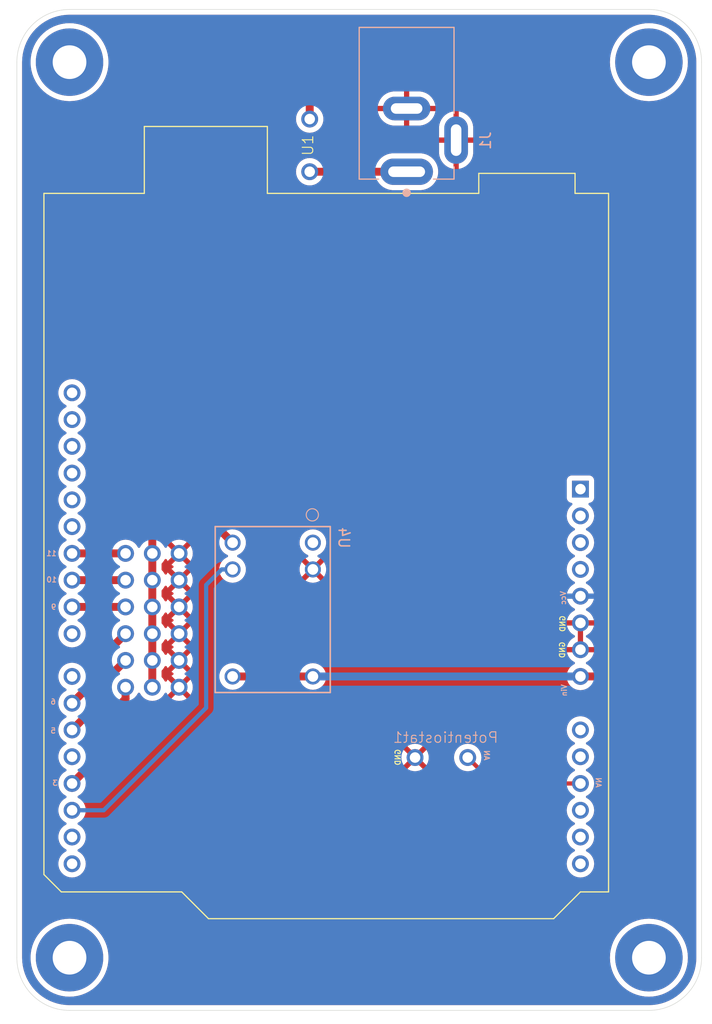
<source format=kicad_pcb>
(kicad_pcb (version 20240108) (generator "pcbnew") (generator_version "8.0")
  (layers (0 "F.Cu" signal) (31 "B.Cu" signal) (34 "B.Paste" user) (35 "F.Paste" user) (36 "B.SilkS" user "B.Silkscreen") (37 "F.SilkS" user "F.Silkscreen") (38 "B.Mask" user) (39 "F.Mask" user) (44 "Edge.Cuts" user))
  (net 0 "")
  (net 3 "Net-(A1-D9)")
  (net 5 "VCC")
  (net 6 "Net-(A1-D5)")
  (net 10 "Net-(A1-D10)")
  (net 12 "Net-(A1-D2)")
  (net 16 "Net-(A1-D11)")
  (net 19 "Net-(A1-D3)")
  (net 22 "Net-(A1-D6)")
  (net 27 "Net-(A1-VIN)")
  (net 30 "Net-(A1-A2)")
  (net 31 "GND")
  (net 33 "Net-(J1-Pad1)")
  (net 34 "Net-(U2-Pad10)")
  (footprint "Recirculation_Aparatus_Footprints:Servo Connection Block" (layer "F.Cu") (at 72.26 140.545)
    (property "Reference" "U2" (hide yes))
    (property "Value" "Servo Connection Block")
    (pad "1" thru_hole circle (at -2.54 5.08) (size 1.6 1.6) (drill 1) (layers "*.Cu" "*.Mask") (net 19 "Net-(A1-D3)"))
    (pad "2" thru_hole circle (at -2.54 2.54) (size 1.6 1.6) (drill 1) (layers "*.Cu" "*.Mask") (net 6 "Net-(A1-D5)"))
    (pad "3" thru_hole circle (at -2.54 0) (size 1.6 1.6) (drill 1) (layers "*.Cu" "*.Mask") (net 22 "Net-(A1-D6)"))
    (pad "4" thru_hole circle (at -2.54 -2.54) (size 1.6 1.6) (drill 1) (layers "*.Cu" "*.Mask") (net 3 "Net-(A1-D9)"))
    (pad "5" thru_hole circle (at -2.54 -5.08) (size 1.6 1.6) (drill 1) (layers "*.Cu" "*.Mask") (net 10 "Net-(A1-D10)"))
    (pad "6" thru_hole circle (at -2.54 -7.62) (size 1.6 1.6) (drill 1) (layers "*.Cu" "*.Mask") (net 16 "Net-(A1-D11)"))
    (pad "7" thru_hole circle (at 0 5.08) (size 1.6 1.6) (drill 1) (layers "*.Cu" "*.Mask") (net 34 "Net-(U2-Pad10)"))
    (pad "8" thru_hole circle (at 0 2.54) (size 1.6 1.6) (drill 1) (layers "*.Cu" "*.Mask") (net 34 "Net-(U2-Pad10)"))
    (pad "9" thru_hole circle (at 0 0) (size 1.6 1.6) (drill 1) (layers "*.Cu" "*.Mask") (net 34 "Net-(U2-Pad10)"))
    (pad "10" thru_hole circle (at 0 -2.54) (size 1.6 1.6) (drill 1) (layers "*.Cu" "*.Mask") (net 34 "Net-(U2-Pad10)"))
    (pad "11" thru_hole circle (at 0 -5.08) (size 1.6 1.6) (drill 1) (layers "*.Cu" "*.Mask") (net 34 "Net-(U2-Pad10)"))
    (pad "12" thru_hole circle (at 0 -7.62) (size 1.6 1.6) (drill 1) (layers "*.Cu" "*.Mask") (net 34 "Net-(U2-Pad10)"))
    (pad "13" thru_hole circle (at 2.54 5.08) (size 1.6 1.6) (drill 1) (layers "*.Cu" "*.Mask") (net 31 "GND"))
    (pad "14" thru_hole circle (at 2.54 2.54) (size 1.6 1.6) (drill 1) (layers "*.Cu" "*.Mask") (net 31 "GND"))
    (pad "15" thru_hole circle (at 2.54 0) (size 1.6 1.6) (drill 1) (layers "*.Cu" "*.Mask") (net 31 "GND"))
    (pad "16" thru_hole circle (at 2.54 -2.54) (size 1.6 1.6) (drill 1) (layers "*.Cu" "*.Mask") (net 31 "GND"))
    (pad "17" thru_hole circle (at 2.54 -5.08) (size 1.6 1.6) (drill 1) (layers "*.Cu" "*.Mask") (net 31 "GND"))
    (pad "18" thru_hole circle (at 2.54 -7.62) (size 1.6 1.6) (drill 1) (layers "*.Cu" "*.Mask") (net 31 "GND"))
  )
  (footprint "Recirculation_Aparatus_Footprints:Switch" (layer "F.Cu") (at 84.7 94.7 90)
    (property "Reference" "U1" (at 0.51 2.33 90) (layer "F.SilkS") (effects (font (thickness 0.1))))
    (property "Value" "Switch" (hide yes))
    (pad "1" thru_hole circle (at -2 2.5 90) (size 1.6 1.6) (drill 1) (layers "*.Cu" "*.Mask") (net 33 "Net-(J1-Pad1)"))
    (pad "2" thru_hole circle (at 3 2.5 90) (size 1.6 1.6) (drill 1) (layers "*.Cu" "*.Mask") (net 27 "Net-(A1-VIN)"))
  )
  (footprint "Recirculation_Aparatus_Footprints:Potentiometer" (layer "F.Cu") (at 100.2 149.3)
    (property "Reference" "Potentiostat1" (at -0.1 1.1 0) (layer "B.SilkS") (effects (font (thickness 0.1)) (justify mirror)))
    (property "Value" "~" (hide yes))
    (pad "1" thru_hole circle (at -3 3) (size 1.6 1.6) (drill 1) (layers "*.Cu" "*.Mask") (net 31 "GND"))
    (pad "2" thru_hole circle (at 2 3) (size 1.6 1.6) (drill 1) (layers "*.Cu" "*.Mask") (net 30 "Net-(A1-A2)"))
  )
  (footprint "MountingHole:MountingHole_3.2mm_M3_Pad" (layer "F.Cu") (at 64.4 171.3)
    (property "Reference" "REF**" (hide yes))
    (property "Value" "MountingHole_3.2mm_M3_Pad" (hide yes))
    (pad "1" thru_hole circle (at 0 0) (size 6.4 6.4) (drill 3.2) (layers "*.Cu" "*.Mask"))
  )
  (footprint "MountingHole:MountingHole_3.2mm_M3_Pad" (layer "F.Cu") (at 119.4 86.3)
    (property "Reference" "REF**" (hide yes))
    (property "Value" "MountingHole_3.2mm_M3_Pad" (hide yes))
    (pad "1" thru_hole circle (at 0 0) (size 6.4 6.4) (drill 3.2) (layers "*.Cu" "*.Mask"))
  )
  (footprint "Module:Arduino_UNO_R3" (layer "F.Cu") (at 112.9 126.825 -90)
    (property "Reference" "A1" (hide yes))
    (property "Value" "Arduino_UNO_R3" (hide yes))
    (fp_line (start -28.07 50.93) (end 36.58 50.93) (stroke (width 0.12)) (layer "F.SilkS"))
    (fp_line (start 36.58 50.93) (end 38.23 49.28) (stroke (width 0.12)) (layer "F.SilkS"))
    (fp_line (start 38.23 49.28) (end 38.23 37.85) (stroke (width 0.12)) (layer "F.SilkS"))
    (fp_line (start -34.42 41.4) (end -28.07 41.4) (stroke (width 0.12)) (layer "F.SilkS"))
    (fp_line (start -28.07 41.4) (end -28.07 50.93) (stroke (width 0.12)) (layer "F.SilkS"))
    (fp_line (start 38.23 37.85) (end 40.77 35.31) (stroke (width 0.12)) (layer "F.SilkS"))
    (fp_line (start 40.77 35.31) (end 40.77 2.54) (stroke (width 0.12)) (layer "F.SilkS"))
    (fp_line (start -34.42 29.72) (end -34.42 41.4) (stroke (width 0.12)) (layer "F.SilkS"))
    (fp_line (start -28.07 29.72) (end -34.42 29.72) (stroke (width 0.12)) (layer "F.SilkS"))
    (fp_line (start -29.97 9.65) (end -28.07 9.65) (stroke (width 0.12)) (layer "F.SilkS"))
    (fp_line (start -28.07 9.65) (end -28.07 29.72) (stroke (width 0.12)) (layer "F.SilkS"))
    (fp_line (start 40.77 2.54) (end 38.23 0) (stroke (width 0.12)) (layer "F.SilkS"))
    (fp_line (start -29.97 0.51) (end -29.97 9.65) (stroke (width 0.12)) (layer "F.SilkS"))
    (fp_line (start -28.07 0.51) (end -29.97 0.51) (stroke (width 0.12)) (layer "F.SilkS"))
    (fp_line (start 38.23 0) (end 38.23 -2.67) (stroke (width 0.12)) (layer "F.SilkS"))
    (fp_line (start -28.07 -2.67) (end -28.07 0.51) (stroke (width 0.12)) (layer "F.SilkS"))
    (fp_line (start 38.23 -2.67) (end -28.07 -2.67) (stroke (width 0.12)) (layer "F.SilkS"))
    (pad "1" thru_hole rect (at 0 0) (size 1.6 1.6) (drill 1) (layers "*.Cu" "*.Mask"))
    (pad "2" thru_hole oval (at 2.54 0) (size 1.6 1.6) (drill 1) (layers "*.Cu" "*.Mask"))
    (pad "3" thru_hole oval (at 5.08 0) (size 1.6 1.6) (drill 1) (layers "*.Cu" "*.Mask"))
    (pad "4" thru_hole oval (at 7.62 0) (size 1.6 1.6) (drill 1) (layers "*.Cu" "*.Mask"))
    (pad "5" thru_hole oval (at 10.16 0) (size 1.6 1.6) (drill 1) (layers "*.Cu" "*.Mask") (net 5 "VCC"))
    (pad "6" thru_hole oval (at 12.7 0) (size 1.6 1.6) (drill 1) (layers "*.Cu" "*.Mask") (net 31 "GND"))
    (pad "7" thru_hole oval (at 15.24 0) (size 1.6 1.6) (drill 1) (layers "*.Cu" "*.Mask") (net 31 "GND"))
    (pad "8" thru_hole oval (at 17.78 0) (size 1.6 1.6) (drill 1) (layers "*.Cu" "*.Mask") (net 27 "Net-(A1-VIN)"))
    (pad "9" thru_hole oval (at 22.86 0) (size 1.6 1.6) (drill 1) (layers "*.Cu" "*.Mask"))
    (pad "10" thru_hole oval (at 25.4 0) (size 1.6 1.6) (drill 1) (layers "*.Cu" "*.Mask"))
    (pad "11" thru_hole oval (at 27.94 0) (size 1.6 1.6) (drill 1) (layers "*.Cu" "*.Mask") (net 30 "Net-(A1-A2)"))
    (pad "12" thru_hole oval (at 30.48 0) (size 1.6 1.6) (drill 1) (layers "*.Cu" "*.Mask"))
    (pad "13" thru_hole oval (at 33.02 0) (size 1.6 1.6) (drill 1) (layers "*.Cu" "*.Mask"))
    (pad "14" thru_hole oval (at 35.56 0) (size 1.6 1.6) (drill 1) (layers "*.Cu" "*.Mask"))
    (pad "15" thru_hole oval (at 35.56 48.26) (size 1.6 1.6) (drill 1) (layers "*.Cu" "*.Mask"))
    (pad "16" thru_hole oval (at 33.02 48.26) (size 1.6 1.6) (drill 1) (layers "*.Cu" "*.Mask"))
    (pad "17" thru_hole oval (at 30.48 48.26) (size 1.6 1.6) (drill 1) (layers "*.Cu" "*.Mask") (net 12 "Net-(A1-D2)"))
    (pad "18" thru_hole oval (at 27.94 48.26) (size 1.6 1.6) (drill 1) (layers "*.Cu" "*.Mask") (net 19 "Net-(A1-D3)"))
    (pad "19" thru_hole oval (at 25.4 48.26) (size 1.6 1.6) (drill 1) (layers "*.Cu" "*.Mask"))
    (pad "20" thru_hole oval (at 22.86 48.26) (size 1.6 1.6) (drill 1) (layers "*.Cu" "*.Mask") (net 6 "Net-(A1-D5)"))
    (pad "21" thru_hole oval (at 20.32 48.26) (size 1.6 1.6) (drill 1) (layers "*.Cu" "*.Mask") (net 22 "Net-(A1-D6)"))
    (pad "22" thru_hole oval (at 17.78 48.26) (size 1.6 1.6) (drill 1) (layers "*.Cu" "*.Mask"))
    (pad "23" thru_hole oval (at 13.72 48.26) (size 1.6 1.6) (drill 1) (layers "*.Cu" "*.Mask"))
    (pad "24" thru_hole oval (at 11.18 48.26) (size 1.6 1.6) (drill 1) (layers "*.Cu" "*.Mask") (net 3 "Net-(A1-D9)"))
    (pad "25" thru_hole oval (at 8.64 48.26) (size 1.6 1.6) (drill 1) (layers "*.Cu" "*.Mask") (net 10 "Net-(A1-D10)"))
    (pad "26" thru_hole oval (at 6.1 48.26) (size 1.6 1.6) (drill 1) (layers "*.Cu" "*.Mask") (net 16 "Net-(A1-D11)"))
    (pad "27" thru_hole oval (at 3.56 48.26) (size 1.6 1.6) (drill 1) (layers "*.Cu" "*.Mask"))
    (pad "28" thru_hole oval (at 1.02 48.26) (size 1.6 1.6) (drill 1) (layers "*.Cu" "*.Mask"))
    (pad "29" thru_hole oval (at -1.52 48.26) (size 1.6 1.6) (drill 1) (layers "*.Cu" "*.Mask"))
    (pad "30" thru_hole oval (at -4.06 48.26) (size 1.6 1.6) (drill 1) (layers "*.Cu" "*.Mask"))
    (pad "31" thru_hole oval (at -6.6 48.26) (size 1.6 1.6) (drill 1) (layers "*.Cu" "*.Mask"))
    (pad "32" thru_hole oval (at -9.14 48.26) (size 1.6 1.6) (drill 1) (layers "*.Cu" "*.Mask"))
  )
  (footprint "MountingHole:MountingHole_3.2mm_M3_Pad" (layer "F.Cu") (at 64.4 86.3)
    (property "Reference" "REF**" (hide yes))
    (property "Value" "MountingHole_3.2mm_M3_Pad" (hide yes))
    (pad "1" thru_hole circle (at 0 0) (size 6.4 6.4) (drill 3.2) (layers "*.Cu" "*.Mask"))
  )
  (footprint "MountingHole:MountingHole_3.2mm_M3_Pad" (layer "F.Cu") (at 119.4 171.3)
    (property "Reference" "REF**" (hide yes))
    (property "Value" "MountingHole_3.2mm_M3_Pad" (hide yes))
    (pad "1" thru_hole circle (at 0 0) (size 6.4 6.4) (drill 3.2) (layers "*.Cu" "*.Mask"))
  )
  (footprint "Recirculation_Aparatus_Footprints:barrel_jack" (layer "B.Cu") (at 96.4 90.2 90)
    (property "Reference" "J1" (at -3.55 7.49 90) (layer "B.SilkS") (effects (font (size 1.000268 1.000268)) (justify mirror)))
    (property "Value" "PJ-202B")
    (fp_line (start 7.2 -4.5) (end 7.2 4.5) (stroke (width 0.127)) (layer "B.SilkS"))
    (fp_line (start -7.2 -4.5) (end 7.2 -4.5) (stroke (width 0.127)) (layer "B.SilkS"))
    (fp_line (start -7.2 -2.65) (end -7.2 -4.5) (stroke (width 0.127)) (layer "B.SilkS"))
    (fp_line (start 7.2 4.5) (end -0.95 4.5) (stroke (width 0.127)) (layer "B.SilkS"))
    (fp_line (start -6.05 4.5) (end -7.2 4.5) (stroke (width 0.127)) (layer "B.SilkS"))
    (fp_line (start -7.2 4.5) (end -7.2 2.55) (stroke (width 0.127)) (layer "B.SilkS"))
    (fp_circle (center -8.5 0) (end -8.3 0) (stroke (width 0.4)) (fill none) (layer "B.SilkS"))
    (pad "1" thru_hole oval (at -6.5 0 90) (size 2.5 5) (drill oval 1 3.5) (layers "*.Cu" "*.Mask") (net 33 "Net-(J1-Pad1)"))
    (pad "2" thru_hole oval (at -0.5 0 90) (size 2.25 4.5) (drill oval 1 3) (layers "*.Cu" "*.Mask") (net 31 "GND"))
    (pad "3" thru_hole oval (at -3.5 4.7 90) (size 4.5 2.25) (drill oval 3 1) (layers "*.Cu" "*.Mask") (net 31 "GND"))
  )
  (footprint "Recirculation_Aparatus_Footprints:RELAY6_J1021CS312VDC.20_CRS" (layer "B.Cu") (at 87.5 144.607205 90)
    (property "Reference" "U4" (at 13.1572 2.9464 -90) (layer "B.SilkS") (effects (justify mirror)))
    (property "Value" "SPST")
    (fp_line (start 14.224 -9.271) (end -1.524 -9.271) (stroke (width 0.1524)) (layer "B.SilkS"))
    (fp_line (start -1.524 -9.271) (end -1.524 1.651) (stroke (width 0.1524)) (layer "B.SilkS"))
    (fp_line (start 14.224 1.651) (end 14.224 -9.271) (stroke (width 0.1524)) (layer "B.SilkS"))
    (fp_line (start -1.524 1.651) (end 14.224 1.651) (stroke (width 0.1524)) (layer "B.SilkS"))
    (fp_circle (center 15.3416 -0.0508) (end 15.9004 -0.2032) (stroke (width 0.1)) (fill none) (layer "B.SilkS"))
    (pad "1" thru_hole circle (at 0 0 90) (size 1.524 1.524) (drill 1.016) (layers "*.Cu" "*.Mask") (net 27 "Net-(A1-VIN)"))
    (pad "5" thru_hole circle (at 10.16 0 90) (size 1.524 1.524) (drill 1.016) (layers "*.Cu" "*.Mask") (net 31 "GND"))
    (pad "6" thru_hole circle (at 12.7 0 90) (size 1.524 1.524) (drill 1.016) (layers "*.Cu" "*.Mask"))
    (pad "7" thru_hole circle (at 0 -7.62 90) (size 1.524 1.524) (drill 1.016) (layers "*.Cu" "*.Mask") (net 27 "Net-(A1-VIN)"))
    (pad "11" thru_hole circle (at 10.16 -7.62 90) (size 1.524 1.524) (drill 1.016) (layers "*.Cu" "*.Mask") (net 12 "Net-(A1-D2)"))
    (pad "12" thru_hole circle (at 12.7 -7.62 90) (size 1.524 1.524) (drill 1.016) (layers "*.Cu" "*.Mask") (net 34 "Net-(U2-Pad10)"))
  )
  (gr_line (start 64.4 81.3) (end 119.4 81.3) (stroke (width 0.05)) (layer "Edge.Cuts"))
  (gr_line (start 119.4 176.3) (end 64.4 176.3) (stroke (width 0.05)) (layer "Edge.Cuts"))
  (gr_arc (start 124.4 171.3) (mid 122.935534 174.835534) (end 119.4 176.3) (stroke (width 0.05)) (layer "Edge.Cuts"))
  (gr_arc (start 59.4 86.3) (mid 60.864466 82.764466) (end 64.4 81.3) (stroke (width 0.05)) (layer "Edge.Cuts"))
  (gr_line (start 124.4 86.3) (end 124.4 171.3) (stroke (width 0.05)) (layer "Edge.Cuts"))
  (gr_line (start 59.4 171.3) (end 59.4 86.3) (stroke (width 0.05)) (layer "Edge.Cuts"))
  (gr_arc (start 64.4 176.3) (mid 60.864466 174.835534) (end 59.4 171.3) (stroke (width 0.05)) (layer "Edge.Cuts"))
  (gr_arc (start 119.4 81.3) (mid 122.935534 82.764466) (end 124.4 86.3) (stroke (width 0.05)) (layer "Edge.Cuts"))
  (gr_text "9" (at 63.2 138.3 0) (layer "B.SilkS") (effects (font (size 0.5 0.5) (thickness 0.1) (bold yes)) (justify left bottom mirror)))
  (gr_text "3" (at 63.33 155.01 0) (layer "B.SilkS") (effects (font (size 0.5 0.5) (thickness 0.1) (bold yes)) (justify left bottom mirror)))
  (gr_text "11" (at 63.22 133.22 0) (layer "B.SilkS") (effects (font (size 0.5 0.5) (thickness 0.1) (bold yes)) (justify left bottom mirror)))
  (gr_text "AN" (at 103.71 152.63 -90) (layer "B.SilkS") (effects (font (size 0.5 0.5) (thickness 0.1) (bold yes)) (justify left bottom mirror)))
  (gr_text "Vin" (at 111.65 145.3 90) (layer "B.SilkS") (effects (font (size 0.5 0.5) (thickness 0.1)) (justify left bottom mirror)))
  (gr_text "Vcc" (at 111.56 136.45 90) (layer "B.SilkS") (effects (font (size 0.5 0.5) (thickness 0.1) (bold yes)) (justify left bottom mirror)))
  (gr_text "5" (at 63.15 150.05 0) (layer "B.SilkS") (effects (font (size 0.5 0.5) (thickness 0.1) (bold yes)) (justify left bottom mirror)))
  (gr_text "AN" (at 114.32 155.21 -90) (layer "B.SilkS") (effects (font (size 0.5 0.5) (thickness 0.1) (bold yes)) (justify left bottom mirror)))
  (gr_text "10" (at 63.24 135.71 0) (layer "B.SilkS") (effects (font (size 0.5 0.5) (thickness 0.1) (bold yes)) (justify left bottom mirror)))
  (gr_text "6" (at 63.15 147.3 0) (layer "B.SilkS") (effects (font (size 0.5 0.5) (thickness 0.1) (bold yes)) (justify left bottom mirror)))
  (gr_text "GND" (at 111.47 141.26 90) (layer "F.SilkS") (effects (font (size 0.5 0.5) (thickness 0.1)) (justify left bottom mirror)))
  (gr_text "GND" (at 111.5 138.77 90) (layer "F.SilkS") (effects (font (size 0.5 0.5) (thickness 0.1)) (justify left bottom mirror)))
  (gr_text "GND" (at 95.86 151.45 90) (layer "F.SilkS") (effects (font (size 0.5 0.5) (thickness 0.1)) (justify left bottom mirror)))
  (segment (start 69.72 138.005) (end 64.64 138.005) (width 0.75) (layer "F.Cu") (net 3))
  (segment (start 67.65 146.675) (end 67.65 145.155) (width 0.75) (layer "F.Cu") (net 6))
  (segment (start 67.65 145.155) (end 69.72 143.085) (width 0.75) (layer "F.Cu") (net 6))
  (segment (start 64.64 149.685) (end 67.65 146.675) (width 0.75) (layer "F.Cu") (net 6))
  (segment (start 69.72 135.465) (end 64.64 135.465) (width 0.75) (layer "F.Cu") (net 10))
  (segment (start 77.37 147.58) (end 67.645 157.305) (width 0.4) (layer "B.Cu") (net 12))
  (segment (start 78.842795 134.447205) (end 77.37 135.92) (width 0.4) (layer "B.Cu") (net 12))
  (segment (start 78.842795 134.447205) (end 79.88 134.447205) (width 0.4) (layer "B.Cu") (net 12))
  (segment (start 77.37 135.92) (end 77.37 147.58) (width 0.4) (layer "B.Cu") (net 12))
  (segment (start 67.645 157.305) (end 64.64 157.305) (width 0.4) (layer "B.Cu") (net 12))
  (segment (start 64.64 132.925) (end 69.72 132.925) (width 0.75) (layer "F.Cu") (net 16))
  (segment (start 67.15 152.255) (end 64.64 154.765) (width 0.75) (layer "F.Cu") (net 19))
  (segment (start 69.72 146.73) (end 67.15 149.3) (width 0.75) (layer "F.Cu") (net 19))
  (segment (start 69.72 146.73) (end 69.72 145.625) (width 0.75) (layer "F.Cu") (net 19))
  (segment (start 67.15 149.3) (end 67.15 152.255) (width 0.75) (layer "F.Cu") (net 19))
  (segment (start 66.4 143.865) (end 66.4 145.385) (width 0.75) (layer "F.Cu") (net 22))
  (segment (start 66.4 145.385) (end 64.64 147.145) (width 0.75) (layer "F.Cu") (net 22))
  (segment (start 69.72 140.545) (end 66.4 143.865) (width 0.75) (layer "F.Cu") (net 22))
  (segment (start 115.295 144.605) (end 112.9 144.605) (width 0.75) (layer "F.Cu") (net 27))
  (segment (start 110.8 85.6) (end 117.9 92.7) (width 0.75) (layer "F.Cu") (net 27))
  (segment (start 87.2 89) (end 90.6 85.6) (width 0.75) (layer "F.Cu") (net 27))
  (segment (start 87.2 91.7) (end 87.2 89) (width 0.75) (layer "F.Cu") (net 27))
  (segment (start 117.9 92.7) (end 117.9 142) (width 0.75) (layer "F.Cu") (net 27))
  (segment (start 117.9 142) (end 115.295 144.605) (width 0.75) (layer "F.Cu") (net 27))
  (segment (start 90.6 85.6) (end 110.8 85.6) (width 0.75) (layer "F.Cu") (net 27))
  (segment (start 87.5 144.607205) (end 79.88 144.607205) (width 0.75) (layer "F.Cu") (net 27))
  (segment (start 87.502205 144.605) (end 87.5 144.607205) (width 0.75) (layer "B.Cu") (net 27))
  (segment (start 87.5 144.607205) (end 112.897795 144.607205) (width 0.75) (layer "B.Cu") (net 27))
  (segment (start 112.897795 144.607205) (end 112.9 144.605) (width 0.75) (layer "B.Cu") (net 27))
  (segment (start 102.2 152.3) (end 104.665 154.765) (width 0.4) (layer "F.Cu") (net 30))
  (segment (start 104.665 154.765) (end 112.9 154.765) (width 0.4) (layer "F.Cu") (net 30))
  (segment (start 96.4 96.7) (end 87.2 96.7) (width 0.75) (layer "F.Cu") (net 33))
  (segment (start 72.26 138.005) (end 72.26 135.465) (width 0.75) (layer "F.Cu") (net 34))
  (segment (start 72.26 131.16) (end 74.05 129.37) (width 0.75) (layer "F.Cu") (net 34))
  (segment (start 72.26 143.085) (end 72.26 140.545) (width 0.75) (layer "F.Cu") (net 34))
  (segment (start 72.26 145.625) (end 72.26 143.085) (width 0.75) (layer "F.Cu") (net 34))
  (segment (start 77.342795 129.37) (end 79.88 131.907205) (width 0.75) (layer "F.Cu") (net 34))
  (segment (start 72.26 140.545) (end 72.26 138.005) (width 0.75) (layer "F.Cu") (net 34))
  (segment (start 72.26 135.465) (end 72.26 132.925) (width 0.75) (layer "F.Cu") (net 34))
  (segment (start 72.26 132.925) (end 72.26 131.16) (width 0.75) (layer "F.Cu") (net 34))
  (segment (start 74.05 129.37) (end 77.342795 129.37) (width 0.75) (layer "F.Cu") (net 34))
  (zone (net 31) (net_name "GND") (layer "F.Cu") (connect_pads (clearance 0.5)) (min_thickness 0.25) (fill yes (thermal_gap 0.5) (thermal_bridge_width 0.5))
    (polygon (pts (xy 125.4 80.4) (xy 125.4 176.3) (xy 124.1 177.6) (xy 57.8 177.6) (xy 57.8 80.73) (xy 58.13 80.4) (xy 60.9 80.4)))
  )
  (zone (net 5) (net_name "VCC") (layer "B.Cu") (priority 1) (connect_pads (clearance 0.5)) (min_thickness 0.25) (fill yes (thermal_gap 0.5) (thermal_bridge_width 0.5))
    (polygon (pts (xy 58.4 80.4) (xy 124.9 80.4) (xy 125.4 80.9) (xy 125.4 176.3) (xy 124.1 177.6) (xy 57.8 177.6) (xy 57.8 81)))
  )
)
</source>
